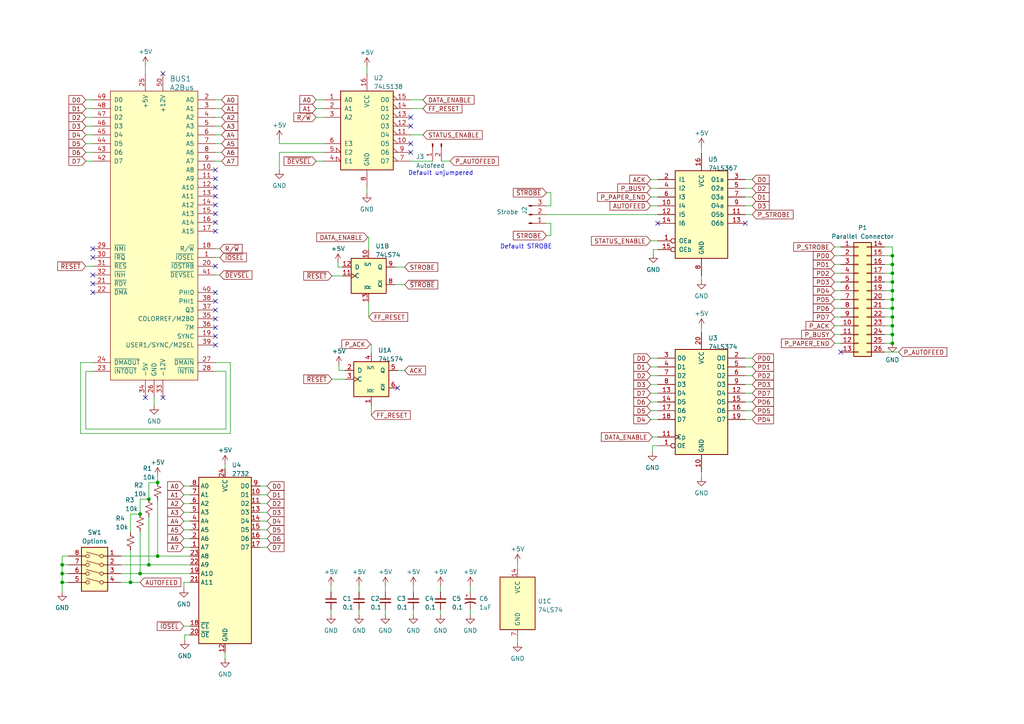
<source format=kicad_sch>
(kicad_sch (version 20230121) (generator eeschema)
  (paper "A4")
  (title_block (title "Sequential Systems Q-Print") (date "2023-03-29") (rev "v1.0") (company "RyuCats"))
  (lib_symbols
    (symbol "27xx:2732"
      (property "Reference" "U" (at -7.62 24.13 0))
      (property "Value" "27C64" (at 2.54 -26.67 0))
      (symbol "2732_1_1"
        (pin input line (at -10.16 2.54 0) (length 2.54) (name "A7") (number "1"))
        (pin tri_state line (at 10.16 17.78 180) (length 2.54) (name "D1") (number "10"))
        (pin tri_state line (at 10.16 15.24 180) (length 2.54) (name "D2") (number "11"))
        (pin power_in line (at 0 -27.94 90) (length 2.54) (name "GND") (number "12"))
        (pin tri_state line (at 10.16 12.7 180) (length 2.54) (name "D3") (number "13"))
        (pin tri_state line (at 10.16 10.16 180) (length 2.54) (name "D4") (number "14"))
        (pin tri_state line (at 10.16 7.62 180) (length 2.54) (name "D5") (number "15"))
        (pin tri_state line (at 10.16 5.08 180) (length 2.54) (name "D6") (number "16"))
        (pin tri_state line (at 10.16 2.54 180) (length 2.54) (name "D7") (number "17"))
        (pin input line (at -10.16 -20.32 0) (length 2.54) (name "~{CE}") (number "18"))
        (pin input line (at -10.16 -5.08 0) (length 2.54) (name "A10") (number "19"))
        (pin input line (at -10.16 5.08 0) (length 2.54) (name "A6") (number "2"))
        (pin input line (at -10.16 -22.86 0) (length 2.54) (name "~{OE}") (number "20"))
        (pin input line (at -10.16 -7.62 0) (length 2.54) (name "A11") (number "21"))
        (pin input line (at -10.16 -2.54 0) (length 2.54) (name "A9") (number "22"))
        (pin input line (at -10.16 0 0) (length 2.54) (name "A8") (number "23"))
        (pin power_in line (at 0 25.4 270) (length 2.54) (name "VCC") (number "24"))
        (pin input line (at -10.16 7.62 0) (length 2.54) (name "A5") (number "3"))
        (pin input line (at -10.16 10.16 0) (length 2.54) (name "A4") (number "4"))
        (pin input line (at -10.16 12.7 0) (length 2.54) (name "A3") (number "5"))
        (pin input line (at -10.16 15.24 0) (length 2.54) (name "A2") (number "6"))
        (pin input line (at -10.16 17.78 0) (length 2.54) (name "A1") (number "7"))
        (pin input line (at -10.16 20.32 0) (length 2.54) (name "A0") (number "8"))
        (pin tri_state line (at 10.16 20.32 180) (length 2.54) (name "D0") (number "9"))
      )
    )
    (symbol "74xx:74LS138" (pin_names (offset 1.016))
      (property "Reference" "U" (at -7.62 11.43 0))
      (property "Value" "74LS138" (at -7.62 -13.97 0))
      (symbol "74LS138_1_0"
        (pin input line (at -12.7 7.62 0) (length 5.08) (name "A0") (number "1"))
        (pin output output_low (at 12.7 -5.08 180) (length 5.08) (name "O5") (number "10"))
        (pin output output_low (at 12.7 -2.54 180) (length 5.08) (name "O4") (number "11"))
        (pin output output_low (at 12.7 0 180) (length 5.08) (name "O3") (number "12"))
        (pin output output_low (at 12.7 2.54 180) (length 5.08) (name "O2") (number "13"))
        (pin output output_low (at 12.7 5.08 180) (length 5.08) (name "O1") (number "14"))
        (pin output output_low (at 12.7 7.62 180) (length 5.08) (name "O0") (number "15"))
        (pin power_in line (at 0 15.24 270) (length 5.08) (name "VCC") (number "16"))
        (pin input line (at -12.7 5.08 0) (length 5.08) (name "A1") (number "2"))
        (pin input line (at -12.7 2.54 0) (length 5.08) (name "A2") (number "3"))
        (pin input input_low (at -12.7 -10.16 0) (length 5.08) (name "E1") (number "4"))
        (pin input input_low (at -12.7 -7.62 0) (length 5.08) (name "E2") (number "5"))
        (pin input line (at -12.7 -5.08 0) (length 5.08) (name "E3") (number "6"))
        (pin output output_low (at 12.7 -10.16 180) (length 5.08) (name "O7") (number "7"))
        (pin power_in line (at 0 -17.78 90) (length 5.08) (name "GND") (number "8"))
        (pin output output_low (at 12.7 -7.62 180) (length 5.08) (name "O6") (number "9"))
      )
    )
    (symbol "74xx:74LS367" (pin_names (offset 1.016))
      (property "Reference" "U" (at -7.62 13.97 0))
      (property "Value" "74LS367" (at -7.62 -13.97 0))
      (symbol "74LS367_1_0"
        (pin input inverted (at -12.7 -7.62 0) (length 5.08) (name "OEa") (number "1"))
        (pin input line (at -12.7 2.54 0) (length 5.08) (name "I4") (number "10"))
        (pin tri_state line (at 12.7 0 180) (length 5.08) (name "O5b") (number "11"))
        (pin input line (at -12.7 0 0) (length 5.08) (name "I5") (number "12"))
        (pin tri_state line (at 12.7 -2.54 180) (length 5.08) (name "O6b") (number "13"))
        (pin input line (at -12.7 -2.54 0) (length 5.08) (name "I6") (number "14"))
        (pin input inverted (at -12.7 -10.16 0) (length 5.08) (name "OEb") (number "15"))
        (pin power_in line (at 0 17.78 270) (length 5.08) (name "VCC") (number "16"))
        (pin input line (at -12.7 10.16 0) (length 5.08) (name "I1") (number "2"))
        (pin tri_state line (at 12.7 10.16 180) (length 5.08) (name "O1a") (number "3"))
        (pin input line (at -12.7 7.62 0) (length 5.08) (name "I2") (number "4"))
        (pin tri_state line (at 12.7 7.62 180) (length 5.08) (name "O2a") (number "5"))
        (pin input line (at -12.7 5.08 0) (length 5.08) (name "I3") (number "6"))
        (pin tri_state line (at 12.7 5.08 180) (length 5.08) (name "O3a") (number "7"))
        (pin power_in line (at 0 -17.78 90) (length 5.08) (name "GND") (number "8"))
        (pin tri_state line (at 12.7 2.54 180) (length 5.08) (name "O4a") (number "9"))
      )
    )
    (symbol "74xx:74LS374"
      (property "Reference" "U" (at -7.62 16.51 0))
      (property "Value" "74LS374" (at -7.62 -16.51 0))
      (symbol "74LS374_1_0"
        (pin input inverted (at -12.7 -12.7 0) (length 5.08) (name "OE") (number "1"))
        (pin power_in line (at 0 -20.32 90) (length 5.08) (name "GND") (number "10"))
        (pin input clock (at -12.7 -10.16 0) (length 5.08) (name "Cp") (number "11"))
        (pin tri_state line (at 12.7 2.54 180) (length 5.08) (name "O4") (number "12"))
        (pin input line (at -12.7 2.54 0) (length 5.08) (name "D4") (number "13"))
        (pin input line (at -12.7 0 0) (length 5.08) (name "D5") (number "14"))
        (pin tri_state line (at 12.7 0 180) (length 5.08) (name "O5") (number "15"))
        (pin tri_state line (at 12.7 -2.54 180) (length 5.08) (name "O6") (number "16"))
        (pin input line (at -12.7 -2.54 0) (length 5.08) (name "D6") (number "17"))
        (pin input line (at -12.7 -5.08 0) (length 5.08) (name "D7") (number "18"))
        (pin tri_state line (at 12.7 -5.08 180) (length 5.08) (name "O7") (number "19"))
        (pin tri_state line (at 12.7 12.7 180) (length 5.08) (name "O0") (number "2"))
        (pin power_in line (at 0 20.32 270) (length 5.08) (name "VCC") (number "20"))
        (pin input line (at -12.7 12.7 0) (length 5.08) (name "D0") (number "3"))
        (pin input line (at -12.7 10.16 0) (length 5.08) (name "D1") (number "4"))
        (pin tri_state line (at 12.7 10.16 180) (length 5.08) (name "O1") (number "5"))
        (pin tri_state line (at 12.7 7.62 180) (length 5.08) (name "O2") (number "6"))
        (pin input line (at -12.7 7.62 0) (length 5.08) (name "D2") (number "7"))
        (pin input line (at -12.7 5.08 0) (length 5.08) (name "D3") (number "8"))
        (pin tri_state line (at 12.7 5.08 180) (length 5.08) (name "O3") (number "9"))
      )
    )
    (symbol "74xx:74LS74" (pin_names (offset 1.016))
      (property "Reference" "U" (at -7.62 8.89 0))
      (property "Value" "74LS74" (at -7.62 -8.89 0))
      (symbol "74LS74_1_0"
        (pin input line (at 0 -7.62 90) (length 2.54) (name "~{R}") (number "1"))
        (pin input line (at -7.62 2.54 0) (length 2.54) (name "D") (number "2"))
        (pin input clock (at -7.62 0 0) (length 2.54) (name "C") (number "3"))
        (pin input line (at 0 7.62 270) (length 2.54) (name "~{S}") (number "4"))
        (pin output line (at 7.62 2.54 180) (length 2.54) (name "Q") (number "5"))
        (pin output line (at 7.62 -2.54 180) (length 2.54) (name "~{Q}") (number "6"))
      )
      (symbol "74LS74_2_0"
        (pin input line (at 0 7.62 270) (length 2.54) (name "~{S}") (number "10"))
        (pin input clock (at -7.62 0 0) (length 2.54) (name "C") (number "11"))
        (pin input line (at -7.62 2.54 0) (length 2.54) (name "D") (number "12"))
        (pin input line (at 0 -7.62 90) (length 2.54) (name "~{R}") (number "13"))
        (pin output line (at 7.62 -2.54 180) (length 2.54) (name "~{Q}") (number "8"))
        (pin output line (at 7.62 2.54 180) (length 2.54) (name "Q") (number "9"))
      )
      (symbol "74LS74_3_0"
        (pin power_in line (at 0 10.16 270) (length 2.54) (name "VCC") (number "14"))
        (pin power_in line (at 0 -10.16 90) (length 2.54) (name "GND") (number "7"))
      )
    )
    (symbol "Connector:Conn_01x02_Pin" (pin_names (offset 1.016) hide)
      (property "Reference" "J" (at 0 2.54 0))
      (property "Value" "Conn_01x02_Pin" (at 0 -5.08 0))
      (symbol "Conn_01x02_Pin_1_1"
        (pin passive line (at 5.08 0 180) (length 3.81) (name "Pin_1") (number "1"))
        (pin passive line (at 5.08 -2.54 180) (length 3.81) (name "Pin_2") (number "2"))
      )
    )
    (symbol "Connector:Conn_01x03_Pin" (pin_names (offset 1.016) hide)
      (property "Reference" "J" (at 0 5.08 0))
      (property "Value" "Conn_01x03_Pin" (at 0 -5.08 0))
      (symbol "Conn_01x03_Pin_1_1"
        (pin passive line (at 5.08 2.54 180) (length 3.81) (name "Pin_1") (number "1"))
        (pin passive line (at 5.08 0 180) (length 3.81) (name "Pin_2") (number "2"))
        (pin passive line (at 5.08 -2.54 180) (length 3.81) (name "Pin_3") (number "3"))
      )
    )
    (symbol "Connector_Generic:Conn_02x13_Top_Bottom" (pin_names (offset 1.016) hide)
      (property "Reference" "J" (at 1.27 17.78 0))
      (property "Value" "Conn_02x13_Top_Bottom" (at 1.27 -17.78 0))
      (symbol "Conn_02x13_Top_Bottom_1_1"
        (pin passive line (at -5.08 15.24 0) (length 3.81) (name "Pin_1") (number "1"))
        (pin passive line (at -5.08 -7.62 0) (length 3.81) (name "Pin_10") (number "10"))
        (pin passive line (at -5.08 -10.16 0) (length 3.81) (name "Pin_11") (number "11"))
        (pin passive line (at -5.08 -12.7 0) (length 3.81) (name "Pin_12") (number "12"))
        (pin passive line (at -5.08 -15.24 0) (length 3.81) (name "Pin_13") (number "13"))
        (pin passive line (at 7.62 15.24 180) (length 3.81) (name "Pin_14") (number "14"))
        (pin passive line (at 7.62 12.7 180) (length 3.81) (name "Pin_15") (number "15"))
        (pin passive line (at 7.62 10.16 180) (length 3.81) (name "Pin_16") (number "16"))
        (pin passive line (at 7.62 7.62 180) (length 3.81) (name "Pin_17") (number "17"))
        (pin passive line (at 7.62 5.08 180) (length 3.81) (name "Pin_18") (number "18"))
        (pin passive line (at 7.62 2.54 180) (length 3.81) (name "Pin_19") (number "19"))
        (pin passive line (at -5.08 12.7 0) (length 3.81) (name "Pin_2") (number "2"))
        (pin passive line (at 7.62 0 180) (length 3.81) (name "Pin_20") (number "20"))
        (pin passive line (at 7.62 -2.54 180) (length 3.81) (name "Pin_21") (number "21"))
        (pin passive line (at 7.62 -5.08 180) (length 3.81) (name "Pin_22") (number "22"))
        (pin passive line (at 7.62 -7.62 180) (length 3.81) (name "Pin_23") (number "23"))
        (pin passive line (at 7.62 -10.16 180) (length 3.81) (name "Pin_24") (number "24"))
        (pin passive line (at 7.62 -12.7 180) (length 3.81) (name "Pin_25") (number "25"))
        (pin passive line (at 7.62 -15.24 180) (length 3.81) (name "Pin_26") (number "26"))
        (pin passive line (at -5.08 10.16 0) (length 3.81) (name "Pin_3") (number "3"))
        (pin passive line (at -5.08 7.62 0) (length 3.81) (name "Pin_4") (number "4"))
        (pin passive line (at -5.08 5.08 0) (length 3.81) (name "Pin_5") (number "5"))
        (pin passive line (at -5.08 2.54 0) (length 3.81) (name "Pin_6") (number "6"))
        (pin passive line (at -5.08 0 0) (length 3.81) (name "Pin_7") (number "7"))
        (pin passive line (at -5.08 -2.54 0) (length 3.81) (name "Pin_8") (number "8"))
        (pin passive line (at -5.08 -5.08 0) (length 3.81) (name "Pin_9") (number "9"))
      )
    )
    (symbol "Device:C_Polarized_Small_US" (pin_numbers hide) (pin_names (offset 0.254) hide)
      (property "Reference" "C" (at 0.254 1.778 0))
      (property "Value" "C_Polarized_Small_US" (at 0.254 -2.032 0))
      (symbol "C_Polarized_Small_US_1_1"
        (pin passive line (at 0 2.54 270) (length 2.032) (name "~") (number "1"))
        (pin passive line (at 0 -2.54 90) (length 2.032) (name "~") (number "2"))
      )
    )
    (symbol "Device:C_Small" (pin_numbers hide) (pin_names (offset 0.254) hide)
      (property "Reference" "C" (at 0.254 1.778 0))
      (property "Value" "C_Small" (at 0.254 -2.032 0))
      (symbol "C_Small_1_1"
        (pin passive line (at 0 2.54 270) (length 2.032) (name "~") (number "1"))
        (pin passive line (at 0 -2.54 90) (length 2.032) (name "~") (number "2"))
      )
    )
    (symbol "Device:R_Small_US" (pin_numbers hide) (pin_names (offset 0.254) hide)
      (property "Reference" "R" (at 0.762 0.508 0))
      (property "Value" "R_Small_US" (at 0.762 -1.016 0))
      (symbol "R_Small_US_1_1"
        (pin passive line (at 0 2.54 270) (length 1.016) (name "~") (number "1"))
        (pin passive line (at 0 -2.54 90) (length 1.016) (name "~") (number "2"))
      )
    )
    (symbol "Switch:SW_DIP_x04" (pin_names (offset 0) hide)
      (property "Reference" "SW" (at 0 8.89 0))
      (property "Value" "SW_DIP_x04" (at 0 -6.35 0))
      (symbol "SW_DIP_x04_1_1"
        (pin passive line (at -7.62 5.08 0) (length 5.08) (name "~") (number "1"))
        (pin passive line (at -7.62 2.54 0) (length 5.08) (name "~") (number "2"))
        (pin passive line (at -7.62 0 0) (length 5.08) (name "~") (number "3"))
        (pin passive line (at -7.62 -2.54 0) (length 5.08) (name "~") (number "4"))
        (pin passive line (at 7.62 -2.54 180) (length 5.08) (name "~") (number "5"))
        (pin passive line (at 7.62 0 180) (length 5.08) (name "~") (number "6"))
        (pin passive line (at 7.62 2.54 180) (length 5.08) (name "~") (number "7"))
        (pin passive line (at 7.62 5.08 180) (length 5.08) (name "~") (number "8"))
      )
    )
    (symbol "apple2:A2Bus" (pin_names (offset 1.016))
      (property "Reference" "P" (at -6.35 45.085 0))
      (property "Value" "A2Bus" (at -6.35 42.545 0))
      (symbol "A2Bus_1_1"
        (pin output line (at 17.78 -7.62 180) (length 5.08) (name "~{IOSEL}") (number "1"))
        (pin bidirectional line (at 17.78 17.78 180) (length 5.08) (name "A8") (number "10"))
        (pin bidirectional line (at 17.78 15.24 180) (length 5.08) (name "A9") (number "11"))
        (pin bidirectional line (at 17.78 12.7 180) (length 5.08) (name "A10") (number "12"))
        (pin bidirectional line (at 17.78 10.16 180) (length 5.08) (name "A11") (number "13"))
        (pin bidirectional line (at 17.78 7.62 180) (length 5.08) (name "A12") (number "14"))
        (pin bidirectional line (at 17.78 5.08 180) (length 5.08) (name "A13") (number "15"))
        (pin bidirectional line (at 17.78 2.54 180) (length 5.08) (name "A14") (number "16"))
        (pin bidirectional line (at 17.78 0 180) (length 5.08) (name "A15") (number "17"))
        (pin bidirectional line (at 17.78 -5.08 180) (length 5.08) (name "R/~{W}") (number "18"))
        (pin output line (at 17.78 -30.48 180) (length 5.08) (name "SYNC") (number "19"))
        (pin bidirectional line (at 17.78 38.1 180) (length 5.08) (name "A0") (number "2"))
        (pin output line (at 17.78 -10.16 180) (length 5.08) (name "~{IOSTRB}") (number "20"))
        (pin input line (at -17.78 -15.24 0) (length 5.08) (name "~{RDY}") (number "21"))
        (pin input line (at -17.78 -17.78 0) (length 5.08) (name "~{DMA}") (number "22"))
        (pin input line (at -17.78 -40.64 0) (length 5.08) (name "~{INTOUT}") (number "23"))
        (pin input line (at -17.78 -38.1 0) (length 5.08) (name "~{DMAOUT}") (number "24"))
        (pin power_out line (at -2.54 45.72 270) (length 5.08) (name "+5V") (number "25"))
        (pin power_out line (at 0 -48.26 90) (length 5.08) (name "GND") (number "26"))
        (pin output line (at 17.78 -38.1 180) (length 5.08) (name "~{DMAIN}") (number "27"))
        (pin output line (at 17.78 -40.64 180) (length 5.08) (name "~{INTIN}") (number "28"))
        (pin input line (at -17.78 -5.08 0) (length 5.08) (name "~{NMI}") (number "29"))
        (pin bidirectional line (at 17.78 35.56 180) (length 5.08) (name "A1") (number "3"))
        (pin input line (at -17.78 -7.62 0) (length 5.08) (name "~{IRQ}") (number "30"))
        (pin bidirectional line (at -17.78 -10.16 0) (length 5.08) (name "~{RES}") (number "31"))
        (pin input line (at -17.78 -12.7 0) (length 5.08) (name "~{INH}") (number "32"))
        (pin power_out line (at 2.54 -48.26 90) (length 5.08) (name "-12V") (number "33"))
        (pin power_out line (at -2.54 -48.26 90) (length 5.08) (name "-5V") (number "34"))
        (pin output line (at 17.78 -25.4 180) (length 5.08) (name "COLORREF/M2B0") (number "35"))
        (pin output line (at 17.78 -27.94 180) (length 5.08) (name "7M") (number "36"))
        (pin output line (at 17.78 -22.86 180) (length 5.08) (name "Q3") (number "37"))
        (pin output line (at 17.78 -20.32 180) (length 5.08) (name "PHI1") (number "38"))
        (pin output line (at 17.78 -33.02 180) (length 5.08) (name "USER1/SYNC/M2SEL") (number "39"))
        (pin bidirectional line (at 17.78 33.02 180) (length 5.08) (name "A2") (number "4"))
        (pin output line (at 17.78 -17.78 180) (length 5.08) (name "PHI0") (number "40"))
        (pin output line (at 17.78 -12.7 180) (length 5.08) (name "~{DEVSEL}") (number "41"))
        (pin bidirectional line (at -17.78 20.32 0) (length 5.08) (name "D7") (number "42"))
        (pin bidirectional line (at -17.78 22.86 0) (length 5.08) (name "D6") (number "43"))
        (pin bidirectional line (at -17.78 25.4 0) (length 5.08) (name "D5") (number "44"))
        (pin bidirectional line (at -17.78 27.94 0) (length 5.08) (name "D4") (number "45"))
        (pin bidirectional line (at -17.78 30.48 0) (length 5.08) (name "D3") (number "46"))
        (pin bidirectional line (at -17.78 33.02 0) (length 5.08) (name "D2") (number "47"))
        (pin bidirectional line (at -17.78 35.56 0) (length 5.08) (name "D1") (number "48"))
        (pin bidirectional line (at -17.78 38.1 0) (length 5.08) (name "D0") (number "49"))
        (pin bidirectional line (at 17.78 30.48 180) (length 5.08) (name "A3") (number "5"))
        (pin power_out line (at 2.54 45.72 270) (length 5.08) (name "+12V") (number "50"))
        (pin bidirectional line (at 17.78 27.94 180) (length 5.08) (name "A4") (number "6"))
        (pin bidirectional line (at 17.78 25.4 180) (length 5.08) (name "A5") (number "7"))
        (pin bidirectional line (at 17.78 22.86 180) (length 5.08) (name "A6") (number "8"))
        (pin bidirectional line (at 17.78 20.32 180) (length 5.08) (name "A7") (number "9"))
      )
    )
    (symbol "power:+5V" (power) (pin_names (offset 0))
      (property "Value" "+5V" (at 0 3.556 0))
      (symbol "+5V_1_1"
        (pin power_in line (at 0 0 90) (length 0) hide (name "+5V") (number "1"))
      )
    )
    (symbol "power:GND" (power) (pin_names (offset 0))
      (property "Value" "GND" (at 0 -3.81 0))
      (symbol "GND_1_1"
        (pin power_in line (at 0 0 270) (length 0) hide (name "GND") (number "1"))
      )
    )
  )
  (junction (at 258.826 84.328))
  (junction (at 258.826 89.408))
  (junction (at 258.826 76.708))
  (junction (at 258.826 74.168))
  (junction (at 18.034 166.37))
  (junction (at 258.826 86.868))
  (junction (at 258.826 94.488))
  (junction (at 258.826 97.028))
  (junction (at 43.18 144.78))
  (junction (at 18.034 168.91))
  (junction (at 43.18 163.83))
  (junction (at 258.826 79.248))
  (junction (at 258.826 91.948))
  (junction (at 40.64 166.37))
  (junction (at 258.826 99.568))
  (junction (at 18.034 163.83))
  (junction (at 45.72 139.954))
  (junction (at 45.72 161.29))
  (junction (at 40.64 149.098))
  (junction (at 37.846 168.91))
  (junction (at 258.826 81.788))
  (no_connect (at 26.924 74.676))
  (no_connect (at 26.924 79.756))
  (no_connect (at 26.924 82.296))
  (no_connect (at 47.244 21.336))
  (no_connect (at 62.484 77.216))
  (no_connect (at 47.244 115.316))
  (no_connect (at 26.924 72.136))
  (no_connect (at 62.484 92.456))
  (no_connect (at 119.126 44.196))
  (no_connect (at 62.484 100.076))
  (no_connect (at 62.484 94.996))
  (no_connect (at 62.484 97.536))
  (no_connect (at 119.126 34.036))
  (no_connect (at 62.484 61.976))
  (no_connect (at 243.84 102.108))
  (no_connect (at 115.316 112.522))
  (no_connect (at 62.484 56.896))
  (no_connect (at 216.154 64.77))
  (no_connect (at 190.754 64.77))
  (no_connect (at 62.484 51.816))
  (no_connect (at 62.484 59.436))
  (no_connect (at 26.924 84.836))
  (no_connect (at 119.126 41.656))
  (no_connect (at 62.484 67.056))
  (no_connect (at 62.484 49.276))
  (no_connect (at 62.484 84.836))
  (no_connect (at 42.164 115.316))
  (no_connect (at 62.484 89.916))
  (no_connect (at 62.484 54.356))
  (no_connect (at 62.484 87.376))
  (no_connect (at 119.126 36.576))
  (no_connect (at 62.484 64.516))
  (wire (pts (xy 24.892 107.696) (xy 24.892 124.46)))
  (wire (pts (xy 37.846 149.098) (xy 40.64 149.098)))
  (wire (pts (xy 115.316 107.442) (xy 117.348 107.442)))
  (wire (pts (xy 242.062 86.868) (xy 243.84 86.868)))
  (wire (pts (xy 258.826 91.948) (xy 258.826 94.488)))
  (wire (pts (xy 37.846 168.91) (xy 40.64 168.91)))
  (wire (pts (xy 158.496 62.23) (xy 190.754 62.23)))
  (wire (pts (xy 23.368 105.156) (xy 23.368 125.73)))
  (wire (pts (xy 119.126 31.496) (xy 122.682 31.496)))
  (wire (pts (xy 190.754 119.126) (xy 188.722 119.126)))
  (wire (pts (xy 81.026 41.656) (xy 93.726 41.656)))
  (wire (pts (xy 150.114 185.166) (xy 150.114 186.436)))
  (wire (pts (xy 106.426 19.304) (xy 106.426 21.336)))
  (wire (pts (xy 188.722 52.07) (xy 190.754 52.07)))
  (wire (pts (xy 258.826 97.028) (xy 258.826 99.568)))
  (wire (pts (xy 62.484 28.956) (xy 64.262 28.956)))
  (wire (pts (xy 75.438 158.75) (xy 77.47 158.75)))
  (wire (pts (xy 55.118 146.05) (xy 53.34 146.05)))
  (wire (pts (xy 136.398 176.784) (xy 136.398 178.308)))
  (wire (pts (xy 62.484 36.576) (xy 64.262 36.576)))
  (wire (pts (xy 18.034 166.37) (xy 18.034 168.91)))
  (wire (pts (xy 106.934 87.63) (xy 106.934 91.948)))
  (wire (pts (xy 159.766 64.77) (xy 159.766 68.326)))
  (wire (pts (xy 35.052 168.91) (xy 37.846 168.91)))
  (wire (pts (xy 119.888 169.926) (xy 119.888 171.704)))
  (wire (pts (xy 45.72 161.29) (xy 55.118 161.29)))
  (wire (pts (xy 62.484 34.036) (xy 64.262 34.036)))
  (wire (pts (xy 55.118 151.13) (xy 53.34 151.13)))
  (wire (pts (xy 216.154 106.426) (xy 218.186 106.426)))
  (wire (pts (xy 98.044 76.2) (xy 98.044 77.47)))
  (wire (pts (xy 62.484 41.656) (xy 64.262 41.656)))
  (wire (pts (xy 62.484 39.116) (xy 64.262 39.116)))
  (wire (pts (xy 40.64 144.78) (xy 40.64 149.098)))
  (wire (pts (xy 158.496 55.88) (xy 159.766 55.88)))
  (wire (pts (xy 258.826 74.168) (xy 258.826 76.708)))
  (wire (pts (xy 91.694 34.036) (xy 93.726 34.036)))
  (wire (pts (xy 242.062 84.328) (xy 243.84 84.328)))
  (wire (pts (xy 242.062 79.248) (xy 243.84 79.248)))
  (wire (pts (xy 98.298 107.442) (xy 98.298 105.918)))
  (wire (pts (xy 43.18 149.86) (xy 43.18 163.83)))
  (wire (pts (xy 62.484 74.676) (xy 63.754 74.676)))
  (wire (pts (xy 114.554 82.55) (xy 117.348 82.55)))
  (wire (pts (xy 26.924 105.156) (xy 23.368 105.156)))
  (wire (pts (xy 188.722 114.046) (xy 190.754 114.046)))
  (wire (pts (xy 256.54 91.948) (xy 258.826 91.948)))
  (wire (pts (xy 53.34 181.61) (xy 55.118 181.61)))
  (wire (pts (xy 190.754 103.886) (xy 188.722 103.886)))
  (wire (pts (xy 96.266 109.982) (xy 100.076 109.982)))
  (wire (pts (xy 107.696 120.396) (xy 107.696 117.602)))
  (wire (pts (xy 242.062 71.628) (xy 243.84 71.628)))
  (wire (pts (xy 43.18 163.83) (xy 55.118 163.83)))
  (wire (pts (xy 216.154 119.126) (xy 218.186 119.126)))
  (wire (pts (xy 26.924 107.696) (xy 24.892 107.696)))
  (wire (pts (xy 216.154 111.506) (xy 218.186 111.506)))
  (wire (pts (xy 100.076 107.442) (xy 98.298 107.442)))
  (wire (pts (xy 55.118 168.91) (xy 53.34 168.91)))
  (wire (pts (xy 242.062 89.408) (xy 243.84 89.408)))
  (wire (pts (xy 43.18 144.78) (xy 40.64 144.78)))
  (wire (pts (xy 26.924 34.036) (xy 24.892 34.036)))
  (wire (pts (xy 45.72 145.034) (xy 45.72 161.29)))
  (wire (pts (xy 106.426 54.356) (xy 106.426 56.134)))
  (wire (pts (xy 119.126 28.956) (xy 122.682 28.956)))
  (wire (pts (xy 18.034 163.83) (xy 19.812 163.83)))
  (wire (pts (xy 65.278 189.23) (xy 65.278 191.008)))
  (wire (pts (xy 96.012 176.784) (xy 96.012 178.308)))
  (wire (pts (xy 104.14 176.784) (xy 104.14 178.308)))
  (wire (pts (xy 188.722 59.69) (xy 190.754 59.69)))
  (wire (pts (xy 23.368 125.73) (xy 66.802 125.73)))
  (wire (pts (xy 62.484 31.496) (xy 64.262 31.496)))
  (wire (pts (xy 256.54 89.408) (xy 258.826 89.408)))
  (wire (pts (xy 242.062 76.708) (xy 243.84 76.708)))
  (wire (pts (xy 258.826 81.788) (xy 258.826 84.328)))
  (wire (pts (xy 158.496 59.69) (xy 159.766 59.69)))
  (wire (pts (xy 91.694 28.956) (xy 93.726 28.956)))
  (wire (pts (xy 62.484 72.136) (xy 63.754 72.136)))
  (wire (pts (xy 40.64 166.37) (xy 55.118 166.37)))
  (wire (pts (xy 81.026 40.386) (xy 81.026 41.656)))
  (wire (pts (xy 91.694 31.496) (xy 93.726 31.496)))
  (wire (pts (xy 119.888 176.784) (xy 119.888 178.308)))
  (wire (pts (xy 188.722 69.85) (xy 190.754 69.85)))
  (wire (pts (xy 35.052 166.37) (xy 40.64 166.37)))
  (wire (pts (xy 127.762 176.784) (xy 127.762 178.308)))
  (wire (pts (xy 55.118 156.21) (xy 53.34 156.21)))
  (wire (pts (xy 256.54 84.328) (xy 258.826 84.328)))
  (wire (pts (xy 26.924 36.576) (xy 24.892 36.576)))
  (wire (pts (xy 256.54 102.108) (xy 260.604 102.108)))
  (wire (pts (xy 111.76 169.926) (xy 111.76 171.704)))
  (wire (pts (xy 190.754 116.586) (xy 188.722 116.586)))
  (wire (pts (xy 256.54 99.568) (xy 258.826 99.568)))
  (wire (pts (xy 216.154 59.69) (xy 218.186 59.69)))
  (wire (pts (xy 114.554 77.47) (xy 117.348 77.47)))
  (wire (pts (xy 75.438 156.21) (xy 77.47 156.21)))
  (wire (pts (xy 40.64 154.178) (xy 40.64 166.37)))
  (wire (pts (xy 62.484 46.736) (xy 64.262 46.736)))
  (wire (pts (xy 159.766 68.326) (xy 158.496 68.326)))
  (wire (pts (xy 107.696 99.822) (xy 107.442 99.822)))
  (wire (pts (xy 55.118 148.59) (xy 53.34 148.59)))
  (wire (pts (xy 203.454 94.996) (xy 203.454 96.266)))
  (wire (pts (xy 158.496 64.77) (xy 159.766 64.77)))
  (wire (pts (xy 26.924 46.736) (xy 24.892 46.736)))
  (wire (pts (xy 242.062 94.488) (xy 243.84 94.488)))
  (wire (pts (xy 256.54 97.028) (xy 258.826 97.028)))
  (wire (pts (xy 18.034 166.37) (xy 19.812 166.37)))
  (wire (pts (xy 75.438 143.51) (xy 77.47 143.51)))
  (wire (pts (xy 188.722 121.666) (xy 190.754 121.666)))
  (wire (pts (xy 106.934 68.834) (xy 106.68 68.834)))
  (wire (pts (xy 26.924 39.116) (xy 24.892 39.116)))
  (wire (pts (xy 258.826 79.248) (xy 258.826 81.788)))
  (wire (pts (xy 188.722 54.61) (xy 190.754 54.61)))
  (wire (pts (xy 106.934 72.39) (xy 106.934 68.834)))
  (wire (pts (xy 190.754 72.39) (xy 189.484 72.39)))
  (wire (pts (xy 190.754 108.966) (xy 188.722 108.966)))
  (wire (pts (xy 242.062 99.568) (xy 243.84 99.568)))
  (wire (pts (xy 256.54 94.488) (xy 258.826 94.488)))
  (wire (pts (xy 189.23 129.286) (xy 189.23 131.064)))
  (wire (pts (xy 258.826 94.488) (xy 258.826 97.028)))
  (wire (pts (xy 216.154 116.586) (xy 218.186 116.586)))
  (wire (pts (xy 111.76 176.784) (xy 111.76 178.308)))
  (wire (pts (xy 258.826 76.708) (xy 258.826 79.248)))
  (wire (pts (xy 136.398 169.926) (xy 136.398 171.704)))
  (wire (pts (xy 188.722 57.15) (xy 190.754 57.15)))
  (wire (pts (xy 66.802 105.156) (xy 62.484 105.156)))
  (wire (pts (xy 190.754 111.506) (xy 188.722 111.506)))
  (wire (pts (xy 37.846 159.512) (xy 37.846 168.91)))
  (wire (pts (xy 256.54 71.628) (xy 258.826 71.628)))
  (wire (pts (xy 44.704 115.316) (xy 44.704 117.602)))
  (wire (pts (xy 203.454 80.01) (xy 203.454 81.28)))
  (wire (pts (xy 53.594 184.15) (xy 53.594 185.674)))
  (wire (pts (xy 242.062 97.028) (xy 243.84 97.028)))
  (wire (pts (xy 62.484 44.196) (xy 64.262 44.196)))
  (wire (pts (xy 218.186 121.666) (xy 216.154 121.666)))
  (wire (pts (xy 203.454 42.672) (xy 203.454 44.45)))
  (wire (pts (xy 256.54 74.168) (xy 258.826 74.168)))
  (wire (pts (xy 119.126 46.736) (xy 125.476 46.736)))
  (wire (pts (xy 159.766 55.88) (xy 159.766 59.69)))
  (wire (pts (xy 256.54 79.248) (xy 258.826 79.248)))
  (wire (pts (xy 45.72 139.954) (xy 43.18 139.954)))
  (wire (pts (xy 190.754 106.426) (xy 188.722 106.426)))
  (wire (pts (xy 66.802 125.73) (xy 66.802 105.156)))
  (wire (pts (xy 65.278 134.62) (xy 65.278 135.89)))
  (wire (pts (xy 75.438 148.59) (xy 77.47 148.59)))
  (wire (pts (xy 189.484 72.39) (xy 189.484 73.66)))
  (wire (pts (xy 96.012 169.926) (xy 96.012 171.704)))
  (wire (pts (xy 18.034 161.29) (xy 18.034 163.83)))
  (wire (pts (xy 258.826 89.408) (xy 258.826 91.948)))
  (wire (pts (xy 190.754 129.286) (xy 189.23 129.286)))
  (wire (pts (xy 42.164 19.05) (xy 42.164 21.336)))
  (wire (pts (xy 258.826 71.628) (xy 258.826 74.168)))
  (wire (pts (xy 26.924 77.216) (xy 24.892 77.216)))
  (wire (pts (xy 256.54 76.708) (xy 258.826 76.708)))
  (wire (pts (xy 216.154 54.61) (xy 218.186 54.61)))
  (wire (pts (xy 258.826 86.868) (xy 258.826 89.408)))
  (wire (pts (xy 19.812 161.29) (xy 18.034 161.29)))
  (wire (pts (xy 35.052 161.29) (xy 45.72 161.29)))
  (wire (pts (xy 62.484 79.756) (xy 63.754 79.756)))
  (wire (pts (xy 218.186 114.046) (xy 216.154 114.046)))
  (wire (pts (xy 93.726 44.196) (xy 81.026 44.196)))
  (wire (pts (xy 37.846 149.098) (xy 37.846 154.432)))
  (wire (pts (xy 55.118 158.75) (xy 53.34 158.75)))
  (wire (pts (xy 55.118 153.67) (xy 53.34 153.67)))
  (wire (pts (xy 75.438 146.05) (xy 77.47 146.05)))
  (wire (pts (xy 150.114 163.322) (xy 150.114 164.846)))
  (wire (pts (xy 65.532 107.696) (xy 62.484 107.696)))
  (wire (pts (xy 24.892 124.46) (xy 65.532 124.46)))
  (wire (pts (xy 216.154 103.886) (xy 218.186 103.886)))
  (wire (pts (xy 35.052 163.83) (xy 43.18 163.83)))
  (wire (pts (xy 18.034 163.83) (xy 18.034 166.37)))
  (wire (pts (xy 99.314 80.01) (xy 96.266 80.01)))
  (wire (pts (xy 81.026 44.196) (xy 81.026 49.276)))
  (wire (pts (xy 190.754 126.746) (xy 189.23 126.746)))
  (wire (pts (xy 75.438 140.97) (xy 77.47 140.97)))
  (wire (pts (xy 26.924 28.956) (xy 24.892 28.956)))
  (wire (pts (xy 75.438 151.13) (xy 77.47 151.13)))
  (wire (pts (xy 242.062 74.168) (xy 243.84 74.168)))
  (wire (pts (xy 242.062 91.948) (xy 243.84 91.948)))
  (wire (pts (xy 104.14 169.926) (xy 104.14 171.704)))
  (wire (pts (xy 75.438 153.67) (xy 77.47 153.67)))
  (wire (pts (xy 130.556 46.736) (xy 128.016 46.736)))
  (wire (pts (xy 216.154 108.966) (xy 218.186 108.966)))
  (wire (pts (xy 55.118 143.51) (xy 53.34 143.51)))
  (wire (pts (xy 216.154 57.15) (xy 218.186 57.15)))
  (wire (pts (xy 18.034 168.91) (xy 19.812 168.91)))
  (wire (pts (xy 258.826 84.328) (xy 258.826 86.868)))
  (wire (pts (xy 216.154 62.23) (xy 218.186 62.23)))
  (wire (pts (xy 256.54 86.868) (xy 258.826 86.868)))
  (wire (pts (xy 256.54 81.788) (xy 258.826 81.788)))
  (wire (pts (xy 107.696 102.362) (xy 107.696 99.822)))
  (wire (pts (xy 65.532 124.46) (xy 65.532 107.696)))
  (wire (pts (xy 119.126 39.116) (xy 122.682 39.116)))
  (wire (pts (xy 98.044 77.47) (xy 99.314 77.47)))
  (wire (pts (xy 45.72 138.176) (xy 45.72 139.954)))
  (wire (pts (xy 242.062 81.788) (xy 243.84 81.788)))
  (wire (pts (xy 43.18 139.954) (xy 43.18 144.78)))
  (wire (pts (xy 216.154 52.07) (xy 218.186 52.07)))
  (wire (pts (xy 26.924 41.656) (xy 24.892 41.656)))
  (wire (pts (xy 127.762 169.926) (xy 127.762 171.704)))
  (wire (pts (xy 91.694 46.736) (xy 93.726 46.736)))
  (wire (pts (xy 203.454 136.906) (xy 203.454 138.43)))
  (wire (pts (xy 26.924 44.196) (xy 24.892 44.196)))
  (wire (pts (xy 53.34 168.91) (xy 53.34 170.688)))
  (wire (pts (xy 55.118 140.97) (xy 53.34 140.97)))
  (wire (pts (xy 26.924 31.496) (xy 24.892 31.496)))
  (wire (pts (xy 55.118 184.15) (xy 53.594 184.15)))
  (wire (pts (xy 18.034 168.91) (xy 18.034 171.704)))
  (text "Default STROBE" (at 145.034 72.39 0) (effects (font (size 1.27 1.27)) (justify left bottom)))
  (text "Default unjumpered" (at 118.364 51.054 0) (effects (font (size 1.27 1.27)) (justify left bottom)))
  (global_label "~{DEVSEL}" (shape input) (at 91.694 46.736 180) (property "Intersheetrefs" "${INTERSHEET_REFS}" (effects hide)))
  (global_label "P_PAPER_END" (shape input) (at 242.062 99.568 180) (property "Intersheetrefs" "${INTERSHEET_REFS}" (effects hide)))
  (global_label "D5" (shape input) (at 77.47 153.67 0) (property "Intersheetrefs" "${INTERSHEET_REFS}" (effects hide)))
  (global_label "D0" (shape input) (at 218.186 52.07 0) (property "Intersheetrefs" "${INTERSHEET_REFS}" (effects hide)))
  (global_label "PD5" (shape input) (at 218.186 119.126 0) (property "Intersheetrefs" "${INTERSHEET_REFS}" (effects hide)))
  (global_label "R{slash}~{W}" (shape input) (at 63.754 72.136 0) (property "Intersheetrefs" "${INTERSHEET_REFS}" (effects hide)))
  (global_label "D2" (shape input) (at 218.186 54.61 0) (property "Intersheetrefs" "${INTERSHEET_REFS}" (effects hide)))
  (global_label "A0" (shape input) (at 53.34 140.97 180) (property "Intersheetrefs" "${INTERSHEET_REFS}" (effects hide)))
  (global_label "A3" (shape input) (at 53.34 148.59 180) (property "Intersheetrefs" "${INTERSHEET_REFS}" (effects hide)))
  (global_label "STATUS_ENABLE" (shape input) (at 122.682 39.116 0) (property "Intersheetrefs" "${INTERSHEET_REFS}" (effects hide)))
  (global_label "DATA_ENABLE" (shape input) (at 122.682 28.956 0) (property "Intersheetrefs" "${INTERSHEET_REFS}" (effects hide)))
  (global_label "P_ACK" (shape input) (at 107.442 99.822 180) (property "Intersheetrefs" "${INTERSHEET_REFS}" (effects hide)))
  (global_label "PD0" (shape input) (at 218.186 103.886 0) (property "Intersheetrefs" "${INTERSHEET_REFS}" (effects hide)))
  (global_label "PD6" (shape input) (at 218.186 116.586 0) (property "Intersheetrefs" "${INTERSHEET_REFS}" (effects hide)))
  (global_label "A1" (shape input) (at 91.694 31.496 180) (property "Intersheetrefs" "${INTERSHEET_REFS}" (effects hide)))
  (global_label "D2" (shape input) (at 188.722 108.966 180) (property "Intersheetrefs" "${INTERSHEET_REFS}" (effects hide)))
  (global_label "D1" (shape input) (at 77.47 143.51 0) (property "Intersheetrefs" "${INTERSHEET_REFS}" (effects hide)))
  (global_label "~{IOSEL}" (shape input) (at 53.34 181.61 180) (property "Intersheetrefs" "${INTERSHEET_REFS}" (effects hide)))
  (global_label "D1" (shape input) (at 218.186 57.15 0) (property "Intersheetrefs" "${INTERSHEET_REFS}" (effects hide)))
  (global_label "A3" (shape input) (at 64.262 36.576 0) (property "Intersheetrefs" "${INTERSHEET_REFS}" (effects hide)))
  (global_label "PD0" (shape input) (at 242.062 74.168 180) (property "Intersheetrefs" "${INTERSHEET_REFS}" (effects hide)))
  (global_label "STROBE" (shape input) (at 117.348 77.47 0) (property "Intersheetrefs" "${INTERSHEET_REFS}" (effects hide)))
  (global_label "PD1" (shape input) (at 242.062 76.708 180) (property "Intersheetrefs" "${INTERSHEET_REFS}" (effects hide)))
  (global_label "A2" (shape input) (at 64.262 34.036 0) (property "Intersheetrefs" "${INTERSHEET_REFS}" (effects hide)))
  (global_label "D4" (shape input) (at 24.892 39.116 180) (property "Intersheetrefs" "${INTERSHEET_REFS}" (effects hide)))
  (global_label "FF_RESET" (shape input) (at 122.682 31.496 0) (property "Intersheetrefs" "${INTERSHEET_REFS}" (effects hide)))
  (global_label "D4" (shape input) (at 188.722 121.666 180) (property "Intersheetrefs" "${INTERSHEET_REFS}" (effects hide)))
  (global_label "PD6" (shape input) (at 242.062 89.408 180) (property "Intersheetrefs" "${INTERSHEET_REFS}" (effects hide)))
  (global_label "PD4" (shape input) (at 242.062 84.328 180) (property "Intersheetrefs" "${INTERSHEET_REFS}" (effects hide)))
  (global_label "D2" (shape input) (at 77.47 146.05 0) (property "Intersheetrefs" "${INTERSHEET_REFS}" (effects hide)))
  (global_label "D3" (shape input) (at 24.892 36.576 180) (property "Intersheetrefs" "${INTERSHEET_REFS}" (effects hide)))
  (global_label "D1" (shape input) (at 24.892 31.496 180) (property "Intersheetrefs" "${INTERSHEET_REFS}" (effects hide)))
  (global_label "A4" (shape input) (at 53.34 151.13 180) (property "Intersheetrefs" "${INTERSHEET_REFS}" (effects hide)))
  (global_label "PD7" (shape input) (at 242.062 91.948 180) (property "Intersheetrefs" "${INTERSHEET_REFS}" (effects hide)))
  (global_label "PD1" (shape input) (at 218.186 106.426 0) (property "Intersheetrefs" "${INTERSHEET_REFS}" (effects hide)))
  (global_label "PD4" (shape input) (at 218.186 121.666 0) (property "Intersheetrefs" "${INTERSHEET_REFS}" (effects hide)))
  (global_label "D2" (shape input) (at 24.892 34.036 180) (property "Intersheetrefs" "${INTERSHEET_REFS}" (effects hide)))
  (global_label "~{DEVSEL}" (shape input) (at 63.754 79.756 0) (property "Intersheetrefs" "${INTERSHEET_REFS}" (effects hide)))
  (global_label "R{slash}~{W}" (shape input) (at 91.694 34.036 180) (property "Intersheetrefs" "${INTERSHEET_REFS}" (effects hide)))
  (global_label "D7" (shape input) (at 24.892 46.736 180) (property "Intersheetrefs" "${INTERSHEET_REFS}" (effects hide)))
  (global_label "D7" (shape input) (at 77.47 158.75 0) (property "Intersheetrefs" "${INTERSHEET_REFS}" (effects hide)))
  (global_label "PD2" (shape input) (at 242.062 79.248 180) (property "Intersheetrefs" "${INTERSHEET_REFS}" (effects hide)))
  (global_label "~{STROBE}" (shape input) (at 117.348 82.55 0) (property "Intersheetrefs" "${INTERSHEET_REFS}" (effects hide)))
  (global_label "A5" (shape input) (at 53.34 153.67 180) (property "Intersheetrefs" "${INTERSHEET_REFS}" (effects hide)))
  (global_label "DATA_ENABLE" (shape input) (at 106.68 68.834 180) (property "Intersheetrefs" "${INTERSHEET_REFS}" (effects hide)))
  (global_label "P_STROBE" (shape input) (at 242.062 71.628 180) (property "Intersheetrefs" "${INTERSHEET_REFS}" (effects hide)))
  (global_label "~{RESET}" (shape input) (at 24.892 77.216 180) (property "Intersheetrefs" "${INTERSHEET_REFS}" (effects hide)))
  (global_label "A4" (shape input) (at 64.262 39.116 0) (property "Intersheetrefs" "${INTERSHEET_REFS}" (effects hide)))
  (global_label "D0" (shape input) (at 188.722 103.886 180) (property "Intersheetrefs" "${INTERSHEET_REFS}" (effects hide)))
  (global_label "PD3" (shape input) (at 242.062 81.788 180) (property "Intersheetrefs" "${INTERSHEET_REFS}" (effects hide)))
  (global_label "A1" (shape input) (at 64.262 31.496 0) (property "Intersheetrefs" "${INTERSHEET_REFS}" (effects hide)))
  (global_label "D1" (shape input) (at 188.722 106.426 180) (property "Intersheetrefs" "${INTERSHEET_REFS}" (effects hide)))
  (global_label "AUTOFEED" (shape input) (at 188.722 59.69 180) (property "Intersheetrefs" "${INTERSHEET_REFS}" (effects hide)))
  (global_label "D0" (shape input) (at 24.892 28.956 180) (property "Intersheetrefs" "${INTERSHEET_REFS}" (effects hide)))
  (global_label "P_PAPER_END" (shape input) (at 188.722 57.15 180) (property "Intersheetrefs" "${INTERSHEET_REFS}" (effects hide)))
  (global_label "PD5" (shape input) (at 242.062 86.868 180) (property "Intersheetrefs" "${INTERSHEET_REFS}" (effects hide)))
  (global_label "D4" (shape input) (at 77.47 151.13 0) (property "Intersheetrefs" "${INTERSHEET_REFS}" (effects hide)))
  (global_label "D3" (shape input) (at 188.722 111.506 180) (property "Intersheetrefs" "${INTERSHEET_REFS}" (effects hide)))
  (global_label "P_BUSY" (shape input) (at 242.062 97.028 180) (property "Intersheetrefs" "${INTERSHEET_REFS}" (effects hide)))
  (global_label "A1" (shape input) (at 53.34 143.51 180) (property "Intersheetrefs" "${INTERSHEET_REFS}" (effects hide)))
  (global_label "STATUS_ENABLE" (shape input) (at 188.722 69.85 180) (property "Intersheetrefs" "${INTERSHEET_REFS}" (effects hide)))
  (global_label "D3" (shape input) (at 77.47 148.59 0) (property "Intersheetrefs" "${INTERSHEET_REFS}" (effects hide)))
  (global_label "A5" (shape input) (at 64.262 41.656 0) (property "Intersheetrefs" "${INTERSHEET_REFS}" (effects hide)))
  (global_label "D6" (shape input) (at 77.47 156.21 0) (property "Intersheetrefs" "${INTERSHEET_REFS}" (effects hide)))
  (global_label "D5" (shape input) (at 24.892 41.656 180) (property "Intersheetrefs" "${INTERSHEET_REFS}" (effects hide)))
  (global_label "A6" (shape input) (at 53.34 156.21 180) (property "Intersheetrefs" "${INTERSHEET_REFS}" (effects hide)))
  (global_label "D6" (shape input) (at 188.722 116.586 180) (property "Intersheetrefs" "${INTERSHEET_REFS}" (effects hide)))
  (global_label "P_ACK" (shape input) (at 242.062 94.488 180) (property "Intersheetrefs" "${INTERSHEET_REFS}" (effects hide)))
  (global_label "FF_RESET" (shape input) (at 106.934 91.948 0) (property "Intersheetrefs" "${INTERSHEET_REFS}" (effects hide)))
  (global_label "D3" (shape input) (at 218.186 59.69 0) (property "Intersheetrefs" "${INTERSHEET_REFS}" (effects hide)))
  (global_label "A0" (shape input) (at 64.262 28.956 0) (property "Intersheetrefs" "${INTERSHEET_REFS}" (effects hide)))
  (global_label "PD3" (shape input) (at 218.186 111.506 0) (property "Intersheetrefs" "${INTERSHEET_REFS}" (effects hide)))
  (global_label "P_AUTOFEED" (shape input) (at 130.556 46.736 0) (property "Intersheetrefs" "${INTERSHEET_REFS}" (effects hide)))
  (global_label "A2" (shape input) (at 53.34 146.05 180) (property "Intersheetrefs" "${INTERSHEET_REFS}" (effects hide)))
  (global_label "~{IOSEL}" (shape input) (at 63.754 74.676 0) (property "Intersheetrefs" "${INTERSHEET_REFS}" (effects hide)))
  (global_label "FF_RESET" (shape input) (at 107.696 120.396 0) (property "Intersheetrefs" "${INTERSHEET_REFS}" (effects hide)))
  (global_label "P_STROBE" (shape input) (at 218.186 62.23 0) (property "Intersheetrefs" "${INTERSHEET_REFS}" (effects hide)))
  (global_label "D6" (shape input) (at 24.892 44.196 180) (property "Intersheetrefs" "${INTERSHEET_REFS}" (effects hide)))
  (global_label "STROBE" (shape input) (at 158.496 68.326 180) (property "Intersheetrefs" "${INTERSHEET_REFS}" (effects hide)))
  (global_label "A0" (shape input) (at 91.694 28.956 180) (property "Intersheetrefs" "${INTERSHEET_REFS}" (effects hide)))
  (global_label "AUTOFEED" (shape input) (at 40.64 168.91 0) (property "Intersheetrefs" "${INTERSHEET_REFS}" (effects hide)))
  (global_label "D5" (shape input) (at 188.722 119.126 180) (property "Intersheetrefs" "${INTERSHEET_REFS}" (effects hide)))
  (global_label "PD2" (shape input) (at 218.186 108.966 0) (property "Intersheetrefs" "${INTERSHEET_REFS}" (effects hide)))
  (global_label "A7" (shape input) (at 53.34 158.75 180) (property "Intersheetrefs" "${INTERSHEET_REFS}" (effects hide)))
  (global_label "ACK" (shape input) (at 188.722 52.07 180) (property "Intersheetrefs" "${INTERSHEET_REFS}" (effects hide)))
  (global_label "A6" (shape input) (at 64.262 44.196 0) (property "Intersheetrefs" "${INTERSHEET_REFS}" (effects hide)))
  (global_label "~{STROBE}" (shape input) (at 158.496 55.88 180) (property "Intersheetrefs" "${INTERSHEET_REFS}" (effects hide)))
  (global_label "D7" (shape input) (at 188.722 114.046 180) (property "Intersheetrefs" "${INTERSHEET_REFS}" (effects hide)))
  (global_label "D0" (shape input) (at 77.47 140.97 0) (property "Intersheetrefs" "${INTERSHEET_REFS}" (effects hide)))
  (global_label "P_AUTOFEED" (shape input) (at 260.604 102.108 0) (property "Intersheetrefs" "${INTERSHEET_REFS}" (effects hide)))
  (global_label "~{RESET}" (shape input) (at 96.266 80.01 180) (property "Intersheetrefs" "${INTERSHEET_REFS}" (effects hide)))
  (global_label "DATA_ENABLE" (shape input) (at 189.23 126.746 180) (property "Intersheetrefs" "${INTERSHEET_REFS}" (effects hide)))
  (global_label "P_BUSY" (shape input) (at 188.722 54.61 180) (property "Intersheetrefs" "${INTERSHEET_REFS}" (effects hide)))
  (global_label "ACK" (shape input) (at 117.348 107.442 0) (property "Intersheetrefs" "${INTERSHEET_REFS}" (effects hide)))
  (global_label "PD7" (shape input) (at 218.186 114.046 0) (property "Intersheetrefs" "${INTERSHEET_REFS}" (effects hide)))
  (global_label "~{RESET}" (shape input) (at 96.266 109.982 180) (property "Intersheetrefs" "${INTERSHEET_REFS}" (effects hide)))
  (global_label "A7" (shape input) (at 64.262 46.736 0) (property "Intersheetrefs" "${INTERSHEET_REFS}" (effects hide)))
  (symbol (lib_id "power:+5V") (at 104.14 169.926 0) (unit 1)
    (property "Reference" "#PWR023" (effects hide))
    (property "Value" "+5V" (at 104.14 165.862 0))
  )
  (symbol (lib_id "Device:C_Small") (at 104.14 174.244 0) (unit 1)
    (property "Reference" "C2" (at 107.442 173.6153 0) (effects (justify left)))
    (property "Value" "0.1" (at 107.442 176.1553 0) (effects (justify left)))
    (property "Footprint" "Capacitor_THT:C_Axial_L3.8mm_D2.6mm_P7.50mm_Horizontal" (effects hide))
  )
  (symbol (lib_id "power:GND") (at 258.826 99.568 0) (unit 1)
    (property "Reference" "#PWR018" (effects hide))
    (property "Value" "GND" (at 258.826 104.394 0))
  )
  (symbol (lib_id "power:GND") (at 96.012 178.308 0) (unit 1)
    (property "Reference" "#PWR022" (effects hide))
    (property "Value" "GND" (at 96.012 182.88 0))
  )
  (symbol (lib_id "power:GND") (at 106.426 56.134 0) (unit 1)
    (property "Reference" "#PWR015" (effects hide))
    (property "Value" "GND" (at 106.426 60.706 0))
  )
  (symbol (lib_id "Device:C_Small") (at 127.762 174.244 0) (unit 1)
    (property "Reference" "C5" (at 131.064 173.6153 0) (effects (justify left)))
    (property "Value" "0.1" (at 131.064 176.1553 0) (effects (justify left)))
    (property "Footprint" "Capacitor_THT:C_Axial_L3.8mm_D2.6mm_P7.50mm_Horizontal" (effects hide))
  )
  (symbol (lib_id "Device:C_Polarized_Small_US") (at 136.398 174.244 0) (unit 1)
    (property "Reference" "C6" (at 138.938 173.6153 0) (effects (justify left)))
    (property "Value" "1uF" (at 138.938 176.1553 0) (effects (justify left)))
    (property "Footprint" "Capacitor_THT:CP_Radial_D7.5mm_P2.50mm" (effects hide))
  )
  (symbol (lib_id "power:+5V") (at 111.76 169.926 0) (unit 1)
    (property "Reference" "#PWR025" (effects hide))
    (property "Value" "+5V" (at 111.76 165.862 0))
  )
  (symbol (lib_id "74xx:74LS138") (at 106.426 36.576 0) (unit 1)
    (property "Reference" "U2" (at 108.3819 22.606 0) (effects (justify left)))
    (property "Value" "74LS138" (at 108.3819 25.146 0) (effects (justify left)))
    (property "Footprint" "Package_DIP:DIP-16_W7.62mm" (effects hide))
    (property "Datasheet" "http://www.ti.com/lit/gpn/sn74LS138" (effects hide))
  )
  (symbol (lib_id "power:+5V") (at 45.72 138.176 0) (unit 1)
    (property "Reference" "#PWR06" (effects hide))
    (property "Value" "+5V" (at 45.72 134.112 0))
  )
  (symbol (lib_id "power:+5V") (at 136.398 169.926 0) (unit 1)
    (property "Reference" "#PWR034" (effects hide))
    (property "Value" "+5V" (at 136.398 165.862 0))
  )
  (symbol (lib_id "power:+5V") (at 81.026 40.386 0) (unit 1)
    (property "Reference" "#PWR012" (effects hide))
    (property "Value" "+5V" (at 81.026 36.322 0))
  )
  (symbol (lib_id "power:GND") (at 189.23 131.064 0) (unit 1)
    (property "Reference" "#PWR03" (effects hide))
    (property "Value" "GND" (at 189.23 135.636 0))
  )
  (symbol (lib_id "power:GND") (at 150.114 186.436 0) (unit 1)
    (property "Reference" "#PWR032" (effects hide))
    (property "Value" "GND" (at 150.114 191.008 0))
  )
  (symbol (lib_id "power:GND") (at 119.888 178.308 0) (unit 1)
    (property "Reference" "#PWR028" (effects hide))
    (property "Value" "GND" (at 119.888 182.88 0))
  )
  (symbol (lib_id "Device:R_Small_US") (at 37.846 156.972 0) (unit 1)
    (property "Reference" "R4" (at 33.528 150.368 0) (effects (justify left)))
    (property "Value" "10k" (at 33.528 152.908 0) (effects (justify left)))
    (property "Footprint" "Resistor_THT:R_Axial_DIN0207_L6.3mm_D2.5mm_P10.16mm_Horizontal" (effects hide))
  )
  (symbol (lib_id "Switch:SW_DIP_x04") (at 27.432 166.37 0) (mirror y) (unit 1)
    (property "Reference" "SW1" (at 27.432 154.432 0))
    (property "Value" "Options" (at 27.432 156.972 0))
    (property "Footprint" "Button_Switch_THT:SW_DIP_SPSTx04_Slide_6.7x11.72mm_W7.62mm_P2.54mm_LowProfile" (effects hide))
  )
  (symbol (lib_id "Device:C_Small") (at 96.012 174.244 0) (unit 1)
    (property "Reference" "C1" (at 99.314 173.6153 0) (effects (justify left)))
    (property "Value" "0.1" (at 99.314 176.1553 0) (effects (justify left)))
    (property "Footprint" "Capacitor_THT:C_Axial_L3.8mm_D2.6mm_P7.50mm_Horizontal" (effects hide))
  )
  (symbol (lib_id "power:+5V") (at 96.012 169.926 0) (unit 1)
    (property "Reference" "#PWR021" (effects hide))
    (property "Value" "+5V" (at 96.012 165.862 0))
  )
  (symbol (lib_id "power:GND") (at 44.704 117.602 0) (unit 1)
    (property "Reference" "#PWR08" (effects hide))
    (property "Value" "GND" (at 44.704 122.174 0))
  )
  (symbol (lib_id "power:+5V") (at 127.762 169.926 0) (unit 1)
    (property "Reference" "#PWR029" (effects hide))
    (property "Value" "+5V" (at 127.762 165.862 0))
  )
  (symbol (lib_id "power:GND") (at 127.762 178.308 0) (unit 1)
    (property "Reference" "#PWR030" (effects hide))
    (property "Value" "GND" (at 127.762 182.88 0))
  )
  (symbol (lib_id "power:GND") (at 111.76 178.308 0) (unit 1)
    (property "Reference" "#PWR026" (effects hide))
    (property "Value" "GND" (at 111.76 182.88 0))
  )
  (symbol (lib_id "74xx:74LS74") (at 150.114 175.006 0) (unit 3)
    (property "Reference" "U1" (at 155.956 174.371 0) (effects (justify left)))
    (property "Value" "74LS74" (at 155.956 176.911 0) (effects (justify left)))
    (property "Footprint" "Package_DIP:DIP-14_W7.62mm" (effects hide))
    (property "Datasheet" "74xx/74hc_hct74.pdf" (effects hide))
  )
  (symbol (lib_id "Connector:Conn_01x02_Pin") (at 125.476 41.656 90) (mirror x) (unit 1)
    (property "Reference" "J3" (at 120.65 45.466 90) (effects (justify right)))
    (property "Value" "Autofeed" (at 120.65 48.006 90) (effects (justify right)))
    (property "Footprint" "Connector_PinHeader_2.54mm:PinHeader_1x02_P2.54mm_Vertical" (effects hide))
  )
  (symbol (lib_id "power:GND") (at 65.278 191.008 0) (unit 1)
    (property "Reference" "#PWR011" (effects hide))
    (property "Value" "GND" (at 65.278 195.58 0))
  )
  (symbol (lib_id "74xx:74LS74") (at 107.696 109.982 0) (unit 1)
    (property "Reference" "U1" (at 109.6519 101.6 0) (effects (justify left)))
    (property "Value" "74LS74" (at 109.6519 104.14 0) (effects (justify left)))
    (property "Footprint" "Package_DIP:DIP-14_W7.62mm" (effects hide))
    (property "Datasheet" "74xx/74hc_hct74.pdf" (effects hide))
  )
  (symbol (lib_id "power:GND") (at 53.34 170.688 0) (unit 1)
    (property "Reference" "#PWR04" (effects hide))
    (property "Value" "GND" (at 53.34 175.26 0))
  )
  (symbol (lib_id "27xx:2732") (at 65.278 161.29 0) (unit 1)
    (property "Reference" "U4" (at 67.2339 134.874 0) (effects (justify left)))
    (property "Value" "2732" (at 67.2339 137.414 0) (effects (justify left)))
    (property "Footprint" "Package_DIP:DIP-24_W15.24mm" (effects hide))
    (property "Datasheet" "http://ww1.microchip.com/downloads/en/DeviceDoc/11107M.pdf" (effects hide))
  )
  (symbol (lib_id "74xx:74LS367") (at 203.454 62.23 0) (unit 1)
    (property "Reference" "U5" (at 205.4099 46.228 0) (effects (justify left)))
    (property "Value" "74LS367" (at 205.4099 48.768 0) (effects (justify left)))
    (property "Footprint" "Package_DIP:DIP-16_W7.62mm" (effects hide))
    (property "Datasheet" "http://www.ti.com/lit/gpn/sn74LS367" (effects hide))
  )
  (symbol (lib_id "power:+5V") (at 203.454 94.996 0) (unit 1)
    (property "Reference" "#PWR01" (effects hide))
    (property "Value" "+5V" (at 203.454 90.932 0))
  )
  (symbol (lib_id "Device:R_Small_US") (at 43.18 147.32 0) (unit 1)
    (property "Reference" "R2" (at 38.862 140.716 0) (effects (justify left)))
    (property "Value" "10k" (at 38.862 143.256 0) (effects (justify left)))
    (property "Footprint" "Resistor_THT:R_Axial_DIN0207_L6.3mm_D2.5mm_P10.16mm_Horizontal" (effects hide))
  )
  (symbol (lib_id "power:+5V") (at 150.114 163.322 0) (unit 1)
    (property "Reference" "#PWR031" (effects hide))
    (property "Value" "+5V" (at 150.114 159.258 0))
  )
  (symbol (lib_id "Device:R_Small_US") (at 45.72 142.494 0) (unit 1)
    (property "Reference" "R1" (at 41.402 135.89 0) (effects (justify left)))
    (property "Value" "10k" (at 41.402 138.43 0) (effects (justify left)))
    (property "Footprint" "Resistor_THT:R_Axial_DIN0207_L6.3mm_D2.5mm_P10.16mm_Horizontal" (effects hide))
  )
  (symbol (lib_id "power:GND") (at 203.454 138.43 0) (unit 1)
    (property "Reference" "#PWR02" (effects hide))
    (property "Value" "GND" (at 203.454 143.002 0))
  )
  (symbol (lib_id "power:+5V") (at 98.298 105.918 0) (unit 1)
    (property "Reference" "#PWR019" (effects hide))
    (property "Value" "+5V" (at 98.298 101.854 0))
  )
  (symbol (lib_id "Connector:Conn_01x03_Pin") (at 153.416 62.23 0) (mirror x) (unit 1)
    (property "Reference" "J2" (at 152.146 62.23 90) (effects (justify right)))
    (property "Value" "Strobe" (at 150.368 61.468 0) (effects (justify right)))
    (property "Footprint" "Connector_PinHeader_2.54mm:PinHeader_1x03_P2.54mm_Vertical" (effects hide))
  )
  (symbol (lib_id "power:+5V") (at 98.044 76.2 0) (unit 1)
    (property "Reference" "#PWR033" (effects hide))
    (property "Value" "+5V" (at 98.044 72.136 0))
  )
  (symbol (lib_id "Device:C_Small") (at 119.888 174.244 0) (unit 1)
    (property "Reference" "C4" (at 123.19 173.6153 0) (effects (justify left)))
    (property "Value" "0.1" (at 123.19 176.1553 0) (effects (justify left)))
    (property "Footprint" "Capacitor_THT:C_Axial_L3.8mm_D2.6mm_P7.50mm_Horizontal" (effects hide))
  )
  (symbol (lib_id "power:GND") (at 81.026 49.276 0) (unit 1)
    (property "Reference" "#PWR013" (effects hide))
    (property "Value" "GND" (at 81.026 53.848 0))
  )
  (symbol (lib_id "power:GND") (at 53.594 185.674 0) (unit 1)
    (property "Reference" "#PWR07" (effects hide))
    (property "Value" "GND" (at 53.594 190.246 0))
  )
  (symbol (lib_id "74xx:74LS74") (at 106.934 80.01 0) (unit 2)
    (property "Reference" "U1" (at 108.8899 71.374 0) (effects (justify left)))
    (property "Value" "74LS74" (at 108.8899 73.914 0) (effects (justify left)))
    (property "Footprint" "Package_DIP:DIP-14_W7.62mm" (effects hide))
    (property "Datasheet" "74xx/74hc_hct74.pdf" (effects hide))
  )
  (symbol (lib_id "power:+5V") (at 119.888 169.926 0) (unit 1)
    (property "Reference" "#PWR027" (effects hide))
    (property "Value" "+5V" (at 119.888 165.862 0))
  )
  (symbol (lib_id "power:GND") (at 189.484 73.66 0) (unit 1)
    (property "Reference" "#PWR017" (effects hide))
    (property "Value" "GND" (at 189.484 78.232 0))
  )
  (symbol (lib_id "power:GND") (at 104.14 178.308 0) (unit 1)
    (property "Reference" "#PWR024" (effects hide))
    (property "Value" "GND" (at 104.14 182.88 0))
  )
  (symbol (lib_id "74xx:74LS374") (at 203.454 116.586 0) (unit 1)
    (property "Reference" "U3" (at 205.4099 98.044 0) (effects (justify left)))
    (property "Value" "74LS374" (at 205.4099 100.584 0) (effects (justify left)))
    (property "Footprint" "Package_DIP:DIP-20_W7.62mm" (effects hide))
    (property "Datasheet" "http://www.ti.com/lit/gpn/sn74LS374" (effects hide))
  )
  (symbol (lib_id "power:GND") (at 18.034 171.704 0) (unit 1)
    (property "Reference" "#PWR05" (effects hide))
    (property "Value" "GND" (at 18.034 176.276 0))
  )
  (symbol (lib_id "power:+5V") (at 106.426 19.304 0) (unit 1)
    (property "Reference" "#PWR014" (effects hide))
    (property "Value" "+5V" (at 106.426 15.24 0))
  )
  (symbol (lib_id "apple2:A2Bus") (at 44.704 67.056 0) (unit 1)
    (property "Reference" "BUS1" (at 49.1999 22.86 0) (effects (font (size 1.524 1.524)) (justify left)))
    (property "Value" "A2Bus" (at 49.1999 25.4 0) (effects (font (size 1.524 1.524)) (justify left)))
    (property "Footprint" "apple2:Male_Card-Edge_50_pin__100_mil" (effects hide))
    (property "Datasheet" "https://allpinouts.org/pinouts/connectors/buses/apple-ii-slot/" (effects hide))
  )
  (symbol (lib_id "power:GND") (at 203.454 81.28 0) (unit 1)
    (property "Reference" "#PWR016" (effects hide))
    (property "Value" "GND" (at 203.454 85.852 0))
  )
  (symbol (lib_id "power:+5V") (at 203.454 42.672 0) (unit 1)
    (property "Reference" "#PWR020" (effects hide))
    (property "Value" "+5V" (at 203.454 38.608 0))
  )
  (symbol (lib_id "Device:R_Small_US") (at 40.64 151.638 0) (unit 1)
    (property "Reference" "R3" (at 36.322 145.034 0) (effects (justify left)))
    (property "Value" "10k" (at 36.322 147.574 0) (effects (justify left)))
    (property "Footprint" "Resistor_THT:R_Axial_DIN0207_L6.3mm_D2.5mm_P10.16mm_Horizontal" (effects hide))
  )
  (symbol (lib_id "Connector_Generic:Conn_02x13_Top_Bottom") (at 248.92 86.868 0) (unit 1)
    (property "Reference" "P1" (at 250.19 66.04 0))
    (property "Value" "Parallel Connector" (at 250.19 68.58 0))
    (property "Footprint" "apple2:Parallel Connector" (effects hide))
  )
  (symbol (lib_id "power:+5V") (at 42.164 19.05 0) (unit 1)
    (property "Reference" "#PWR09" (effects hide))
    (property "Value" "+5V" (at 42.164 14.986 0))
  )
  (symbol (lib_id "Device:C_Small") (at 111.76 174.244 0) (unit 1)
    (property "Reference" "C3" (at 115.062 173.6153 0) (effects (justify left)))
    (property "Value" "0.1" (at 115.062 176.1553 0) (effects (justify left)))
    (property "Footprint" "Capacitor_THT:C_Axial_L3.8mm_D2.6mm_P7.50mm_Horizontal" (effects hide))
  )
  (symbol (lib_id "power:+5V") (at 65.278 134.62 0) (unit 1)
    (property "Reference" "#PWR010" (effects hide))
    (property "Value" "+5V" (at 65.278 130.556 0))
  )
  (symbol (lib_id "power:GND") (at 136.398 178.308 0) (unit 1)
    (property "Reference" "#PWR035" (effects hide))
    (property "Value" "GND" (at 136.398 182.88 0))
  )
)
</source>
